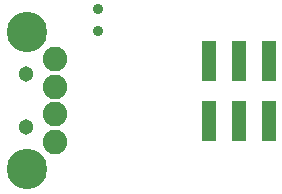
<source format=gbs>
G75*
%MOIN*%
%OFA0B0*%
%FSLAX25Y25*%
%IPPOS*%
%LPD*%
%AMOC8*
5,1,8,0,0,1.08239X$1,22.5*
%
%ADD10C,0.08200*%
%ADD11C,0.13461*%
%ADD12C,0.05131*%
%ADD13C,0.03556*%
%ADD14R,0.04737X0.13280*%
D10*
X0080928Y0024830D03*
X0080928Y0034173D03*
X0080928Y0043047D03*
X0080928Y0052389D03*
D11*
X0071479Y0015775D03*
X0071479Y0061444D03*
D12*
X0071085Y0047468D03*
X0071085Y0029751D03*
D13*
X0095229Y0061941D03*
X0095229Y0069028D03*
D14*
X0132104Y0051735D03*
X0142104Y0051735D03*
X0152104Y0051735D03*
X0152104Y0031735D03*
X0142104Y0031735D03*
X0132104Y0031735D03*
M02*

</source>
